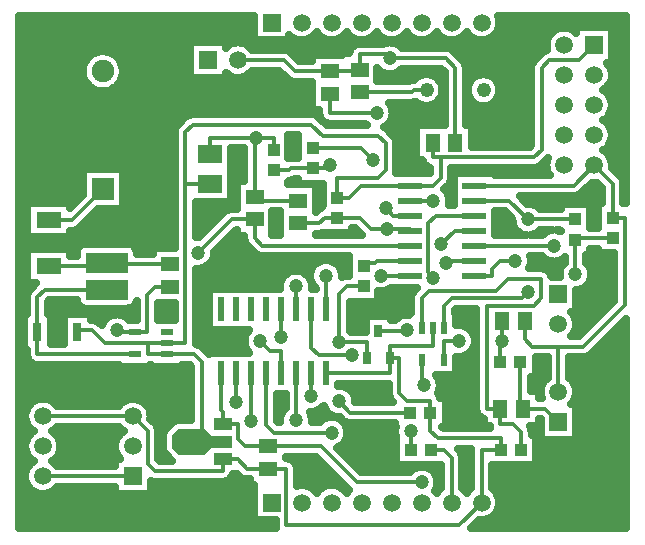
<source format=gbr>
G04 DipTrace 3.2.0.1*
G04 Top.gbr*
%MOIN*%
G04 #@! TF.FileFunction,Copper,L1,Top*
G04 #@! TF.Part,Single*
%AMOUTLINE0*
4,1,4,
0.070866,0.033465,
0.070866,-0.033465,
-0.070866,-0.033465,
-0.070866,0.033465,
0.070866,0.033465,
0*%
%AMOUTLINE3*
4,1,4,
0.070866,-0.033465,
0.070866,0.033465,
-0.070866,0.033465,
-0.070866,-0.033465,
0.070866,-0.033465,
0*%
%AMOUTLINE6*
4,1,10,
0.100394,0.019685,
0.033465,0.019685,
0.009843,0.043307,
-0.076772,0.043307,
-0.100394,0.019685,
-0.100394,-0.019685,
-0.076772,-0.043307,
0.009843,-0.043307,
0.033465,-0.019685,
0.100394,-0.019685,
0.100394,0.019685,
0*%
G04 #@! TA.AperFunction,Conductor*
%ADD14C,0.011811*%
G04 #@! TA.AperFunction,CopperBalancing*
%ADD15C,0.025*%
%ADD16R,0.059055X0.051181*%
%ADD17R,0.051181X0.059055*%
%ADD19R,0.081995X0.061995*%
%ADD21R,0.031496X0.062992*%
%ADD23R,0.082677X0.055118*%
G04 #@! TA.AperFunction,ComponentPad*
%ADD25R,0.074803X0.074803*%
%ADD26C,0.074803*%
%ADD27R,0.059055X0.059055*%
%ADD28C,0.059055*%
%ADD29R,0.043307X0.03937*%
%ADD30R,0.03937X0.043307*%
%ADD31R,0.07874X0.023622*%
%ADD33R,0.059055X0.03937*%
%ADD35R,0.025591X0.041339*%
%ADD37R,0.043307X0.023622*%
%ADD39R,0.023622X0.043307*%
%ADD40R,0.023622X0.07874*%
G04 #@! TA.AperFunction,ComponentPad*
%ADD41C,0.048*%
G04 #@! TA.AperFunction,ViaPad*
%ADD42C,0.047244*%
%ADD86OUTLINE0*%
%ADD89OUTLINE3*%
%ADD92OUTLINE6*%
%FSLAX26Y26*%
G04*
G70*
G90*
G75*
G01*
G04 Top*
%LPD*%
X1749951Y1286073D2*
D14*
X1650661Y1286075D1*
X1468701D2*
Y1173672D1*
X1374848Y1461152D2*
X1445657D1*
X1464217Y1479711D1*
X1506084D1*
X1673177Y1441980D2*
X1749951D1*
Y1436073D1*
X1506084Y1479711D2*
X1580614D1*
X1618345Y1441980D1*
X1673177D1*
X1250197Y1067374D2*
X1282248Y1035323D1*
X1318701D1*
Y961073D1*
X1870031Y1329783D2*
X1876322Y1336073D1*
X1962550D1*
X2099335Y1335213D2*
X2047197D1*
X2021606Y1309622D1*
Y1286073D1*
X1962550D1*
X1418701Y884299D2*
Y961073D1*
X949892Y1323478D2*
X737415D1*
Y1329727D1*
Y1317228D1*
X543685D1*
X824906Y817302D2*
X874122Y768085D1*
Y659764D1*
X899713Y634173D1*
X1124874D1*
Y673546D1*
X1174879Y2004656D2*
X1327050D1*
X1364735Y1966971D1*
X1481087D1*
X1962550Y1586073D2*
X2293667D1*
X2362244Y1654651D1*
X1374848Y1535955D2*
X1231113D1*
Y1548265D1*
X1680877Y1011010D2*
Y1051366D1*
X1824895D1*
Y1111000D1*
X2424738Y1477898D2*
X2464110D1*
Y1188047D1*
X2324744Y1048681D1*
X2243507D1*
X2156421D1*
X2130829Y1074273D1*
Y1135997D1*
X1235902Y1746028D2*
X1293606D1*
Y1704688D1*
X1680877Y1011010D2*
Y961073D1*
X1468701D1*
X1816738Y829780D2*
Y869154D1*
X1738949D1*
X1713358Y894744D1*
Y1011010D1*
X1680877D1*
X2051591Y704793D2*
Y744165D1*
X1842328D1*
X1816738Y769756D1*
Y829780D1*
X1987357Y529811D2*
Y704793D1*
X2051591D1*
X1274858Y642488D2*
X1336571D1*
Y454819D1*
X1912365D1*
X1987357Y529811D1*
X1124874Y673546D2*
X1174087D1*
X1205144Y642488D1*
X1274858D1*
X1681066Y2010906D2*
X1866972D1*
X1899604Y1978274D1*
Y1729685D1*
X1581076Y1973220D2*
Y2023404D1*
X1668567D1*
X1681066Y2010906D1*
X1481087Y1966971D2*
X1581076D1*
Y1973220D1*
X2243507Y898533D2*
Y1048681D1*
X2362244Y1654651D2*
X2424738Y1592157D1*
Y1477898D1*
X1235902Y1746028D2*
X1081129D1*
Y1692189D1*
X1231113Y1548265D2*
Y1741239D1*
X1235902Y1746028D1*
X831094Y1098312D2*
X872433D1*
Y1223083D1*
X898025Y1248675D1*
X949892D1*
X772039Y1104220D2*
X777948Y1098312D1*
X831094D1*
X524906Y817302D2*
X824906D1*
X831094Y1023509D2*
X506189D1*
Y1098501D1*
Y1213583D1*
X531782Y1239176D1*
X737415D1*
X1054008Y732601D2*
Y997920D1*
X1028419Y1023509D1*
X937394D1*
X2362244Y2054651D2*
X2311459Y2003866D1*
X2213028D1*
X2187437Y1978276D1*
Y1706059D1*
X2161846Y1680469D1*
X1850394D1*
Y1611665D1*
X1824802Y1586073D1*
X1749951D1*
X1911512Y1067929D2*
X1862297D1*
Y1004701D1*
X2056026Y1135997D2*
X2055587Y1067929D1*
X1506084Y1546640D2*
Y1611665D1*
X1642787D1*
X1668378Y1637256D1*
Y1726689D1*
X1642787Y1752280D1*
X1457150D1*
X1420094Y1789335D1*
X1024697D1*
X999106Y1763744D1*
Y1592193D1*
Y1060911D1*
X937394D1*
X1850394Y1680469D2*
X1824801D1*
Y1729685D1*
X937394Y1023509D2*
X874122D1*
Y1060911D1*
X731260D1*
X687420Y1104751D1*
X640047D1*
Y1098501D1*
X937394Y1060911D2*
X874122D1*
X1081129Y1592189D2*
X999106Y1592193D1*
X1749951Y1586073D2*
X1584890D1*
X1545457Y1546640D1*
X1506084D1*
X2055587Y1067929D2*
X2049682Y1062025D1*
Y998417D1*
X1637744Y1828110D2*
X1481087D1*
Y1892168D1*
X1668378Y1510492D2*
X1692797Y1486073D1*
X1749951D1*
X1803533Y1904667D2*
X1762307D1*
X1756058Y1898417D1*
X1581076D1*
X1749951Y1536073D2*
X1826724Y1536083D1*
X1787358Y596740D2*
X1571252D1*
X1450701Y717291D1*
X1274858D1*
X1124874Y791656D2*
Y831028D1*
X1118701Y837201D1*
Y961073D1*
X1274858Y717291D2*
X1199677D1*
X1174087Y742882D1*
Y791656D1*
X1124874D1*
X1042413Y1361953D2*
X1153923Y1473462D1*
X1231113D1*
Y1411665D1*
X1256705Y1386073D1*
X1749951D1*
X524906Y617302D2*
X824906D1*
X2116612Y998417D2*
Y842278D1*
X2124769D1*
X2199761D1*
X2243507Y798533D1*
X2118520Y704793D2*
Y764819D1*
X2092925Y790413D1*
X2049966D1*
Y842278D1*
X2004689D1*
Y1185213D1*
X2160358D1*
X2185949Y1210803D1*
Y1275370D1*
X2075520D1*
X2036543Y1236394D1*
X1813087D1*
X1787493Y1210801D1*
Y1111000D1*
X2299751Y1473462D2*
X2142642Y1473465D1*
Y1232063D2*
X2121382Y1210803D1*
X1887888D1*
X1862297Y1185211D1*
Y1111000D1*
X2142642Y1473465D2*
X2080033Y1536073D1*
X1962550D1*
X2299751Y1406533D2*
Y1410969D1*
X2424738D1*
X2299748Y1290417D2*
X2299751Y1406533D1*
X1794929Y920335D2*
X1787493Y927770D1*
Y1004701D1*
X1751622Y767287D2*
Y704793D1*
X1738280Y1103669D2*
X1736172Y1101562D1*
X1643475D1*
X1625071Y1670161D2*
X1584295Y1710937D1*
X1424843D1*
X1852315Y1390807D2*
X1897581Y1436073D1*
X1962550D1*
X1293606Y1637759D2*
X1345416D1*
X1351665Y1644008D1*
X1424843D1*
X1470118D1*
X1481933Y1655823D1*
X724916Y1573451D2*
X622231Y1470766D1*
X543685D1*
X1593575Y1317228D2*
Y1329382D1*
X1632945D1*
X1639636Y1336073D1*
X1749951D1*
X1606073Y1011010D2*
Y1063437D1*
X1512567D1*
Y866740D2*
X1549528Y829780D1*
X1749808D1*
X1512567Y1063437D2*
Y1224707D1*
X1538159Y1250299D1*
X1593575D1*
X1887357Y529811D2*
Y679201D1*
X1861765Y704793D1*
X1818551D1*
X1368701Y1250445D2*
Y1173672D1*
X1826724Y1279701D2*
X1809008Y1297417D1*
Y1460480D1*
X1834601Y1486073D1*
X1962550D1*
X1318701Y1080169D2*
Y1173672D1*
X1218701Y801827D2*
Y961073D1*
X1962550Y1386073D2*
X2229256Y1386075D1*
X1168701Y866524D2*
Y961073D1*
X1487358Y762567D2*
X1294291D1*
X1268701Y788157D1*
Y961073D1*
X1368701Y805874D2*
Y961073D1*
X1555874Y1020130D2*
X1444291D1*
X1418701Y1045720D1*
Y1173672D1*
D42*
X1650661Y1286075D3*
X1468701D3*
X1673177Y1441980D3*
X1250197Y1067374D3*
X1870031Y1329783D3*
X1418701Y884299D3*
X2099335Y1335213D3*
X1681066Y2010906D3*
X772039Y1104220D3*
X1235902Y1746028D3*
X1911512Y1067929D3*
X2055587D3*
X1637744Y1828110D3*
X1668378Y1510492D3*
X1826724Y1536083D3*
X1787358Y596740D3*
X1042413Y1361953D3*
X2142642Y1232063D3*
Y1473465D3*
X2299748Y1290417D3*
X1794929Y920335D3*
X1751622Y767287D3*
X1738280Y1103669D3*
X1625071Y1670161D3*
X1852315Y1390807D3*
X1481933Y1655823D3*
X1512567Y866740D3*
Y1063437D3*
X1368701Y1250445D3*
X1826724Y1279701D3*
X1218701Y801827D3*
X2229256Y1386075D3*
X1168701Y866524D3*
X1487358Y762567D3*
X1368701Y805874D3*
X1555874Y1020130D3*
X1318701Y1080169D3*
X448089Y2126608D2*
D15*
X1226081D1*
X2048559D2*
X2465306D1*
X448089Y2101739D2*
X1226081D1*
X2041598D2*
X2224559D1*
X2423513D2*
X2465306D1*
X448089Y2076870D2*
X1226081D1*
X1348638D2*
X1358988D1*
X1415741D2*
X1458970D1*
X1515751D2*
X1558979D1*
X1615724D2*
X1658988D1*
X1715734D2*
X1758997D1*
X1815743D2*
X1858971D1*
X1915717D2*
X1958980D1*
X2015726D2*
X2205325D1*
X2423513D2*
X2465306D1*
X448089Y2052001D2*
X1013612D1*
X1212206D2*
X1558118D1*
X1716810D2*
X2201020D1*
X2423513D2*
X2465306D1*
X448089Y2027133D2*
X693345D1*
X756478D2*
X1013612D1*
X1356783D2*
X1519794D1*
X1902978D2*
X2184081D1*
X2423513D2*
X2465306D1*
X448089Y2002264D2*
X665751D1*
X784072D2*
X1013612D1*
X1381652D2*
X1419820D1*
X1927810D2*
X2159251D1*
X2423513D2*
X2465306D1*
X448089Y1977395D2*
X656564D1*
X793259D2*
X1013612D1*
X1937247D2*
X2149777D1*
X2418955D2*
X2465306D1*
X448089Y1952526D2*
X657390D1*
X792433D2*
X1013612D1*
X1136168D2*
X1145235D1*
X1204528D2*
X1326953D1*
X1642350D2*
X1777693D1*
X1829379D2*
X1861950D1*
X1937247D2*
X1967701D1*
X2019386D2*
X2149777D1*
X2423478D2*
X2465306D1*
X448089Y1927657D2*
X668728D1*
X781094D2*
X1419820D1*
X1854067D2*
X1861959D1*
X2044073D2*
X2149777D1*
X2416946D2*
X2465306D1*
X448089Y1902789D2*
X705115D1*
X744707D2*
X1419820D1*
X2049241D2*
X2149777D1*
X2398466D2*
X2465306D1*
X448089Y1877920D2*
X1419820D1*
X1852093D2*
X1861950D1*
X1937247D2*
X1944980D1*
X2042064D2*
X2149777D1*
X2418705D2*
X2465306D1*
X448089Y1853051D2*
X1419820D1*
X1686846D2*
X1787957D1*
X1819115D2*
X1861950D1*
X1937247D2*
X1977963D1*
X2009122D2*
X2149777D1*
X2423513D2*
X2465306D1*
X448089Y1828182D2*
X1443432D1*
X1693126D2*
X1861950D1*
X1937247D2*
X2149777D1*
X2417234D2*
X2465306D1*
X448089Y1803314D2*
X986448D1*
X1686954D2*
X1861950D1*
X1937247D2*
X2149777D1*
X2397713D2*
X2465306D1*
X448089Y1778445D2*
X964665D1*
X1668761D2*
X1767466D1*
X1956948D2*
X2149777D1*
X2418490D2*
X2465306D1*
X448089Y1753576D2*
X961436D1*
X1345050D2*
X1373423D1*
X1693701D2*
X1767466D1*
X1956948D2*
X2149777D1*
X2423513D2*
X2465306D1*
X448089Y1728707D2*
X961436D1*
X1345050D2*
X1373423D1*
X1705972D2*
X1767466D1*
X1956948D2*
X2149777D1*
X2417484D2*
X2465306D1*
X448089Y1703839D2*
X961436D1*
X1153860D2*
X1193463D1*
X1345050D2*
X1373423D1*
X1706045D2*
X1767466D1*
X2396923D2*
X2465306D1*
X448089Y1678970D2*
X961436D1*
X1153860D2*
X1193463D1*
X1706045D2*
X1767466D1*
X2418239D2*
X2465306D1*
X448089Y1654101D2*
X961436D1*
X1153860D2*
X1193463D1*
X1706045D2*
X1799045D1*
X2187610D2*
X2200983D1*
X2423513D2*
X2465306D1*
X448089Y1629232D2*
X655774D1*
X794049D2*
X961436D1*
X1153860D2*
X1193463D1*
X1705112D2*
X1812752D1*
X1888050D2*
X2206761D1*
X2439877D2*
X2465306D1*
X448089Y1604364D2*
X655774D1*
X794049D2*
X961436D1*
X1153860D2*
X1193463D1*
X1358902D2*
X1373423D1*
X448089Y1579495D2*
X655774D1*
X794049D2*
X961436D1*
X1153860D2*
X1169852D1*
X1436123D2*
X1454664D1*
X1870430D2*
X1891446D1*
X2339293D2*
X2385177D1*
X448089Y1554626D2*
X653873D1*
X794049D2*
X961436D1*
X1153860D2*
X1169852D1*
X1436123D2*
X1454664D1*
X1878719D2*
X1891446D1*
X2311878D2*
X2387079D1*
X448089Y1529757D2*
X629005D1*
X794049D2*
X961436D1*
X1036769D2*
X1169852D1*
X1436123D2*
X1454664D1*
X1881698D2*
X1891417D1*
X2138556D2*
X2387079D1*
X448089Y1504888D2*
X470612D1*
X708572D2*
X961436D1*
X1036769D2*
X1135654D1*
X2351171D2*
X2373299D1*
X448089Y1480020D2*
X470612D1*
X683705D2*
X961436D1*
X1036769D2*
X1108274D1*
X1292371D2*
X1313567D1*
X2033668D2*
X2083857D1*
X2351171D2*
X2373299D1*
X448089Y1455151D2*
X470612D1*
X658837D2*
X961436D1*
X1036769D2*
X1083407D1*
X1292371D2*
X1313567D1*
X2033668D2*
X2090531D1*
X2351171D2*
X2373299D1*
X448089Y1430282D2*
X470612D1*
X616781D2*
X961436D1*
X1036769D2*
X1058538D1*
X1292371D2*
X1313567D1*
X1557520D2*
X1577819D1*
X2033668D2*
X2109622D1*
X2175661D2*
X2197753D1*
X448089Y1405413D2*
X961436D1*
X1138106D2*
X1194037D1*
X448089Y1380545D2*
X640488D1*
X834310D2*
X961436D1*
X1113202D2*
X1210005D1*
X448089Y1355676D2*
X470612D1*
X616781D2*
X634818D1*
X1097413D2*
X1236560D1*
X2351171D2*
X2426444D1*
X448089Y1330807D2*
X470612D1*
X1087652D2*
X1438013D1*
X1499388D2*
X1542150D1*
X2154525D2*
X2262094D1*
X2337391D2*
X2426444D1*
X448089Y1305938D2*
X470612D1*
X1036769D2*
X1417201D1*
X1520201D2*
X1542150D1*
X2205804D2*
X2246699D1*
X2352786D2*
X2426444D1*
X448089Y1281070D2*
X470612D1*
X1036769D2*
X1323113D1*
X2354293D2*
X2426444D1*
X448089Y1256201D2*
X496592D1*
X1036769D2*
X1313639D1*
X2342559D2*
X2426444D1*
X448089Y1231332D2*
X473339D1*
X1036769D2*
X1075152D1*
X1645005D2*
X1756450D1*
X2304773D2*
X2426444D1*
X448089Y1206463D2*
X468530D1*
X1036769D2*
X1075152D1*
X1645005D2*
X1749848D1*
X2304773D2*
X2426444D1*
X448089Y1181594D2*
X468530D1*
X543828D2*
X647486D1*
X910097D2*
X961436D1*
X1036769D2*
X1075152D1*
X1550236D2*
X1749848D1*
X2304773D2*
X2405451D1*
X448089Y1156726D2*
X458684D1*
X553696D2*
X592546D1*
X687545D2*
X763356D1*
X780735D2*
X834765D1*
X910097D2*
X961436D1*
X1036769D2*
X1075152D1*
X1550236D2*
X1743927D1*
X1905848D2*
X1967018D1*
X2294474D2*
X2380584D1*
X448089Y1131857D2*
X458684D1*
X553696D2*
X592546D1*
X712304D2*
X724457D1*
X1036769D2*
X1075152D1*
X1550236D2*
X1598919D1*
X1905848D2*
X1967018D1*
X2304198D2*
X2355717D1*
X448089Y1106988D2*
X458684D1*
X553696D2*
X592546D1*
X1036769D2*
X1075152D1*
X1550236D2*
X1598919D1*
X1949627D2*
X1967018D1*
X2302404D2*
X2330848D1*
X2435283D2*
X2465306D1*
X448089Y1082119D2*
X458684D1*
X553696D2*
X592546D1*
X1036769D2*
X1196908D1*
X2410379D2*
X2465306D1*
X448089Y1057251D2*
X458684D1*
X1040787D2*
X1195795D1*
X2385512D2*
X2465306D1*
X448089Y1032382D2*
X468530D1*
X1071756D2*
X1208068D1*
X1953143D2*
X1967018D1*
X2360644D2*
X2465306D1*
X448089Y1007513D2*
X472370D1*
X1905848D2*
X1967018D1*
X2170028D2*
X2205864D1*
X2281160D2*
X2465306D1*
X448089Y982644D2*
X777709D1*
X990802D2*
X1016339D1*
X1905848D2*
X1967018D1*
X2170028D2*
X2205864D1*
X2281160D2*
X2465306D1*
X448089Y957776D2*
X1016339D1*
X1905848D2*
X1967018D1*
X2170028D2*
X2205864D1*
X2281160D2*
X2465306D1*
X448089Y932907D2*
X1016339D1*
X1848793D2*
X1967018D1*
X2154274D2*
X2193340D1*
X2293684D2*
X2465306D1*
X448089Y908038D2*
X1016339D1*
X1548083D2*
X1675710D1*
X1848864D2*
X1967018D1*
X2154274D2*
X2183005D1*
X2304018D2*
X2465306D1*
X448089Y883169D2*
X1016339D1*
X1306366D2*
X1331043D1*
X1565307D2*
X1677648D1*
X1851483D2*
X1967018D1*
X2302727D2*
X2465306D1*
X448089Y858301D2*
X480301D1*
X569521D2*
X780293D1*
X869513D2*
X1016339D1*
X1306366D2*
X1331043D1*
X1870143D2*
X1967018D1*
X2288840D2*
X2465306D1*
X448089Y833432D2*
X465875D1*
X883938D2*
X1016339D1*
X1306366D2*
X1321067D1*
X1435622D2*
X1469017D1*
X1870143D2*
X1968167D1*
X2304773D2*
X2465306D1*
X448089Y808563D2*
X464297D1*
X885875D2*
X1016339D1*
X1423995D2*
X1458791D1*
X1870143D2*
X1992245D1*
X2304773D2*
X2465306D1*
X448089Y783694D2*
X474201D1*
X908125D2*
X941161D1*
X1538322D2*
X1696416D1*
X1870143D2*
X1992639D1*
X2304773D2*
X2465306D1*
X448089Y758825D2*
X480803D1*
X569018D2*
X780795D1*
X911785D2*
X922609D1*
X1542592D2*
X1696919D1*
X2156176D2*
X2182217D1*
X2304773D2*
X2465306D1*
X448089Y733957D2*
X466055D1*
X583766D2*
X766046D1*
X911785D2*
X921856D1*
X1534303D2*
X1698210D1*
X2171929D2*
X2465306D1*
X448089Y709088D2*
X464224D1*
X585597D2*
X764217D1*
X911785D2*
X922106D1*
X1511122D2*
X1698210D1*
X2171929D2*
X2465306D1*
X448089Y684219D2*
X473841D1*
X575980D2*
X773833D1*
X911785D2*
X938434D1*
X1535990D2*
X1698210D1*
X1924651D2*
X1949686D1*
X2171929D2*
X2465306D1*
X448089Y659350D2*
X481341D1*
X568480D2*
X763642D1*
X1369917D2*
X1456423D1*
X1560857D2*
X1698210D1*
X1925010D2*
X1949686D1*
X2171929D2*
X2465306D1*
X448089Y634482D2*
X466198D1*
X1374224D2*
X1481290D1*
X1585726D2*
X1747837D1*
X1826867D2*
X1849713D1*
X1925010D2*
X1949686D1*
X2025020D2*
X2465306D1*
X448089Y609613D2*
X464152D1*
X1152531D2*
X1190198D1*
X1374224D2*
X1506157D1*
X1841148D2*
X1849713D1*
X1925010D2*
X1949686D1*
X2025020D2*
X2465306D1*
X448089Y584744D2*
X473483D1*
X886199D2*
X1226081D1*
X1410753D2*
X1463958D1*
X1510762D2*
X1531025D1*
X1841364D2*
X1849713D1*
X1925010D2*
X1949686D1*
X2025020D2*
X2465306D1*
X448089Y559875D2*
X509869D1*
X539916D2*
X763642D1*
X886199D2*
X1226081D1*
X2040378D2*
X2465306D1*
X448089Y535007D2*
X1226081D1*
X2048416D2*
X2465306D1*
X448089Y510138D2*
X1226081D1*
X2045259D2*
X2465306D1*
X448089Y485269D2*
X1226081D1*
X2028213D2*
X2465306D1*
X448089Y460400D2*
X1298927D1*
X1970152D2*
X2465306D1*
X900303Y1378316D2*
X963925D1*
X964062Y1766503D1*
X964924Y1771950D1*
X966629Y1777197D1*
X969133Y1782112D1*
X972375Y1786575D1*
X999840Y1814192D1*
X1004034Y1817774D1*
X1008738Y1820656D1*
X1013833Y1822768D1*
X1019198Y1824055D1*
X1024707Y1824488D1*
X1422853Y1824379D1*
X1428301Y1823517D1*
X1433547Y1821812D1*
X1438462Y1819308D1*
X1442925Y1816066D1*
X1471722Y1787423D1*
X1603951Y1787433D1*
X1598301Y1792953D1*
X1478328Y1793066D1*
X1472881Y1793928D1*
X1467634Y1795633D1*
X1462719Y1798136D1*
X1458256Y1801379D1*
X1454356Y1805280D1*
X1451113Y1809743D1*
X1448609Y1814657D1*
X1446904Y1819904D1*
X1446042Y1825352D1*
X1445933Y1837332D1*
X1422311Y1837329D1*
Y1931812D1*
X1361976Y1931927D1*
X1356529Y1932789D1*
X1351282Y1934493D1*
X1346367Y1936997D1*
X1341904Y1940240D1*
X1312499Y1969492D1*
X1222017Y1969503D1*
X1216440Y1963096D1*
X1209427Y1957106D1*
X1201563Y1952286D1*
X1193042Y1948757D1*
X1184073Y1946604D1*
X1174879Y1945881D1*
X1165685Y1946604D1*
X1156717Y1948757D1*
X1148196Y1952286D1*
X1140332Y1957106D1*
X1133650Y1962790D1*
X1133655Y1945881D1*
X1016104D1*
Y2063432D1*
X1133655D1*
Y2046530D1*
X1140332Y2052206D1*
X1148196Y2057026D1*
X1156717Y2060555D1*
X1165685Y2062709D1*
X1174879Y2063432D1*
X1184073Y2062709D1*
X1193042Y2060555D1*
X1201563Y2057026D1*
X1209427Y2052206D1*
X1216440Y2046217D1*
X1221950Y2039812D1*
X1329808Y2039701D1*
X1335256Y2038839D1*
X1340503Y2037134D1*
X1345417Y2034630D1*
X1349881Y2031387D1*
X1379286Y2002135D1*
X1422329Y2002125D1*
X1422311Y2021810D1*
X1522320D1*
X1522301Y2028059D1*
X1546235D1*
X1547643Y2034268D1*
X1549755Y2039364D1*
X1552636Y2044067D1*
X1556219Y2048261D1*
X1560413Y2051844D1*
X1565117Y2054726D1*
X1570213Y2056837D1*
X1575577Y2058125D1*
X1581076Y2058558D1*
X1658192D1*
X1664728Y2061188D1*
X1672795Y2063125D1*
X1681066Y2063776D1*
X1689336Y2063125D1*
X1697403Y2061188D1*
X1705068Y2058013D1*
X1712142Y2053678D1*
X1718450Y2048290D1*
X1720509Y2046063D1*
X1869731Y2045950D1*
X1875178Y2045088D1*
X1880425Y2043383D1*
X1885340Y2040879D1*
X1889803Y2037636D1*
X1924461Y2003131D1*
X1928043Y1998937D1*
X1930925Y1994234D1*
X1933037Y1989138D1*
X1934324Y1983773D1*
X1934757Y1978274D1*
Y1788483D1*
X1954442Y1788461D1*
Y1715651D1*
X2147264Y1715622D1*
X2152290Y1720626D1*
X2152391Y1981034D1*
X2153255Y1986482D1*
X2154959Y1991728D1*
X2157463Y1996643D1*
X2160706Y2001106D1*
X2188171Y2028723D1*
X2192365Y2032306D1*
X2197068Y2035188D1*
X2202164Y2037299D1*
X2204832Y2038051D1*
X2205092Y2040930D1*
X2203650Y2050039D1*
Y2059262D1*
X2205092Y2068371D1*
X2207942Y2077143D1*
X2212130Y2085361D1*
X2217551Y2092823D1*
X2224072Y2099344D1*
X2231534Y2104765D1*
X2239752Y2108953D1*
X2248524Y2111803D1*
X2257633Y2113245D1*
X2266856D1*
X2275965Y2111803D1*
X2284736Y2108953D1*
X2292954Y2104765D1*
X2300416Y2099344D1*
X2303474Y2096517D1*
X2303469Y2113427D1*
X2421020D1*
Y1995875D1*
X2404118D1*
X2409794Y1989198D1*
X2414614Y1981335D1*
X2418143Y1972814D1*
X2420297Y1963845D1*
X2421020Y1954651D1*
X2420297Y1945457D1*
X2418143Y1936488D1*
X2414614Y1927967D1*
X2409794Y1920104D1*
X2403804Y1913091D1*
X2396791Y1907101D1*
X2393119Y1904647D1*
X2400416Y1899344D1*
X2406937Y1892823D1*
X2412358Y1885361D1*
X2416546Y1877143D1*
X2419396Y1868371D1*
X2420839Y1859262D1*
Y1850039D1*
X2419396Y1840930D1*
X2416546Y1832159D1*
X2412358Y1823941D1*
X2406937Y1816479D1*
X2400416Y1809958D1*
X2393119Y1804647D1*
X2400416Y1799344D1*
X2406937Y1792823D1*
X2412358Y1785361D1*
X2416546Y1777143D1*
X2419396Y1768371D1*
X2420839Y1759262D1*
Y1750039D1*
X2419396Y1740930D1*
X2416546Y1732159D1*
X2412358Y1723941D1*
X2406937Y1716479D1*
X2400416Y1709958D1*
X2393119Y1704647D1*
X2400416Y1699344D1*
X2406937Y1692823D1*
X2412358Y1685361D1*
X2416546Y1677143D1*
X2419396Y1668371D1*
X2420839Y1659262D1*
Y1650039D1*
X2420387Y1646226D1*
X2451469Y1614988D1*
X2454711Y1610525D1*
X2457215Y1605610D1*
X2458920Y1600364D1*
X2459782Y1594916D1*
X2459891Y1537039D1*
Y1528822D1*
X2467832Y1528799D1*
X2467815Y2151442D1*
X2041917Y2151476D1*
X2044509Y2143364D1*
X2045951Y2134255D1*
Y2125031D1*
X2044509Y2115923D1*
X2041659Y2107151D1*
X2037471Y2098933D1*
X2032050Y2091471D1*
X2025529Y2084950D1*
X2018067Y2079529D1*
X2009849Y2075341D1*
X2001077Y2072491D1*
X1991969Y2071049D1*
X1982745D1*
X1973636Y2072491D1*
X1964865Y2075341D1*
X1956647Y2079529D1*
X1949185Y2084950D1*
X1942664Y2091471D1*
X1937353Y2098768D1*
X1932050Y2091471D1*
X1925529Y2084950D1*
X1918067Y2079529D1*
X1909849Y2075341D1*
X1901077Y2072491D1*
X1891969Y2071049D1*
X1882745D1*
X1873636Y2072491D1*
X1864865Y2075341D1*
X1856647Y2079529D1*
X1849185Y2084950D1*
X1842664Y2091471D1*
X1837353Y2098768D1*
X1832050Y2091471D1*
X1825529Y2084950D1*
X1818067Y2079529D1*
X1809849Y2075341D1*
X1801077Y2072491D1*
X1791969Y2071049D1*
X1782745D1*
X1773636Y2072491D1*
X1764865Y2075341D1*
X1756647Y2079529D1*
X1749185Y2084950D1*
X1742664Y2091471D1*
X1737353Y2098768D1*
X1732050Y2091471D1*
X1725529Y2084950D1*
X1718067Y2079529D1*
X1709849Y2075341D1*
X1701077Y2072491D1*
X1691969Y2071049D1*
X1682745D1*
X1673636Y2072491D1*
X1664865Y2075341D1*
X1656647Y2079529D1*
X1649185Y2084950D1*
X1642664Y2091471D1*
X1637353Y2098768D1*
X1632050Y2091471D1*
X1625529Y2084950D1*
X1618067Y2079529D1*
X1609849Y2075341D1*
X1601077Y2072491D1*
X1591969Y2071049D1*
X1582745D1*
X1573636Y2072491D1*
X1564865Y2075341D1*
X1556647Y2079529D1*
X1549185Y2084950D1*
X1542664Y2091471D1*
X1537353Y2098768D1*
X1532050Y2091471D1*
X1525529Y2084950D1*
X1518067Y2079529D1*
X1509849Y2075341D1*
X1501077Y2072491D1*
X1491969Y2071049D1*
X1482745D1*
X1473636Y2072491D1*
X1464865Y2075341D1*
X1456647Y2079529D1*
X1449185Y2084950D1*
X1442664Y2091471D1*
X1437353Y2098768D1*
X1432050Y2091471D1*
X1425529Y2084950D1*
X1418067Y2079529D1*
X1409849Y2075341D1*
X1401077Y2072491D1*
X1391969Y2071049D1*
X1382745D1*
X1373636Y2072491D1*
X1364865Y2075341D1*
X1356647Y2079529D1*
X1349185Y2084950D1*
X1346127Y2087777D1*
X1346133Y2070867D1*
X1228581D1*
Y2151499D1*
X445573Y2151476D1*
X445571Y444227D1*
X1303083Y444193D1*
X1301850Y449320D1*
X1301417Y454829D1*
Y471003D1*
X1228581Y471035D1*
Y587643D1*
X1216083Y587650D1*
Y607350D1*
X1202386Y607444D1*
X1196938Y608306D1*
X1191692Y610010D1*
X1186777Y612514D1*
X1182314Y615757D1*
X1173310Y624609D1*
X1158710Y624613D1*
X1156196Y618214D1*
X1153314Y613510D1*
X1149731Y609316D1*
X1145537Y605734D1*
X1140833Y602852D1*
X1135738Y600740D1*
X1130373Y599453D1*
X1124864Y599020D1*
X896954Y599129D1*
X891507Y599991D1*
X886260Y601696D1*
X883744Y602857D1*
X883681Y558526D1*
X766130D1*
Y582175D1*
X572030Y582148D1*
X566466Y575741D1*
X559453Y569752D1*
X551589Y564932D1*
X543068Y561403D1*
X534100Y559249D1*
X524906Y558526D1*
X515711Y559249D1*
X506743Y561403D1*
X498222Y564932D1*
X490358Y569752D1*
X483345Y575741D1*
X477356Y582755D1*
X472535Y590618D1*
X469007Y599139D1*
X466853Y608108D1*
X466130Y617302D1*
X466853Y626496D1*
X469007Y635465D1*
X472535Y643986D1*
X477356Y651849D1*
X483345Y658862D1*
X490358Y664852D1*
X494030Y667306D1*
X486734Y672609D1*
X480213Y679130D1*
X474791Y686592D1*
X470604Y694810D1*
X467753Y703581D1*
X466311Y712690D1*
Y721913D1*
X467753Y731022D1*
X470604Y739794D1*
X474791Y748012D1*
X480213Y755474D1*
X486734Y761995D1*
X494030Y767306D1*
X486734Y772609D1*
X480213Y779130D1*
X474791Y786592D1*
X470604Y794810D1*
X467753Y803581D1*
X466311Y812690D1*
Y821913D1*
X467753Y831022D1*
X470604Y839794D1*
X474791Y848012D1*
X480213Y855474D1*
X486734Y861995D1*
X494196Y867416D1*
X502413Y871604D1*
X511185Y874454D1*
X520294Y875896D1*
X529517D1*
X538626Y874454D1*
X547398Y871604D1*
X555615Y867416D1*
X563077Y861995D1*
X569598Y855474D1*
X571976Y852458D1*
X777781Y852455D1*
X783345Y858862D1*
X790358Y864852D1*
X798222Y869672D1*
X806743Y873201D1*
X815711Y875354D1*
X824906Y876077D1*
X834100Y875354D1*
X843068Y873201D1*
X851589Y869672D1*
X859453Y864852D1*
X866466Y858862D1*
X872455Y851849D1*
X877276Y843986D1*
X880804Y835465D1*
X882958Y826496D1*
X883681Y817302D1*
X883049Y808877D1*
X900853Y790916D1*
X904096Y786453D1*
X906600Y781538D1*
X908304Y776291D1*
X909167Y770844D1*
X909276Y712967D1*
Y674320D1*
X914280Y669320D1*
X955871Y669327D1*
X931374Y693921D1*
X928676Y697634D1*
X926592Y701723D1*
X925175Y706088D1*
X924457Y710621D1*
X924366Y752286D1*
X924726Y756861D1*
X925798Y761324D1*
X927554Y765564D1*
X929951Y769478D1*
X932940Y772974D1*
X958241Y798148D1*
X961954Y800846D1*
X966043Y802930D1*
X970408Y804348D1*
X974941Y805066D1*
X1018825Y805156D1*
X1018854Y983324D1*
X1013850Y988364D1*
X988264Y988356D1*
X988295Y982450D1*
X886492D1*
Y988371D1*
X881990Y988356D1*
X881996Y982450D1*
X780193D1*
Y988371D1*
X503430Y988465D1*
X497983Y989327D1*
X492736Y991031D1*
X487822Y993535D1*
X483358Y996778D1*
X479458Y1000678D1*
X476215Y1005142D1*
X473711Y1010056D1*
X472007Y1015303D1*
X471144Y1020751D1*
X471035Y1037755D1*
X461193Y1037757D1*
Y1159245D1*
X471062D1*
X471144Y1216341D1*
X472007Y1221789D1*
X473711Y1227035D1*
X476215Y1231950D1*
X479458Y1236413D1*
X503323Y1260432D1*
X473098Y1260421D1*
Y1374035D1*
X614272D1*
Y1352396D1*
X637307Y1352382D1*
X637391Y1365487D1*
X638109Y1370020D1*
X639526Y1374385D1*
X641610Y1378474D1*
X644308Y1382186D1*
X647554Y1385432D1*
X651266Y1388130D1*
X655356Y1390214D1*
X659720Y1391631D1*
X664253Y1392349D1*
X749226Y1392440D1*
X810576Y1392349D1*
X815109Y1391631D1*
X819474Y1390214D1*
X823563Y1388130D1*
X827276Y1385432D1*
X830521Y1382186D1*
X833219Y1378474D1*
X835303Y1374385D1*
X836720Y1370020D1*
X837438Y1365487D1*
X837529Y1363182D1*
X838465Y1358631D1*
X891106D1*
X891117Y1378316D1*
X900303D1*
X963920Y1193836D2*
X907583D1*
X907587Y1139365D1*
X963966Y1139371D1*
X963953Y1193862D1*
X1779148Y1788461D2*
X1864445D1*
X1864450Y1963686D1*
X1852392Y1975772D1*
X1720529Y1975752D1*
X1715402Y1970703D1*
X1708690Y1965827D1*
X1701298Y1962060D1*
X1693408Y1959496D1*
X1685214Y1958198D1*
X1676917D1*
X1668723Y1959496D1*
X1660833Y1962060D1*
X1653441Y1965827D1*
X1646730Y1970703D1*
X1640864Y1976570D1*
X1639849Y1977856D1*
X1639852Y1933576D1*
X1742303Y1933571D1*
X1746348Y1935988D1*
X1751444Y1938100D1*
X1756808Y1939387D1*
X1762318Y1939820D1*
X1765881Y1942319D1*
X1772235Y1947745D1*
X1779358Y1952112D1*
X1787079Y1955308D1*
X1795203Y1957259D1*
X1803533Y1957915D1*
X1811862Y1957259D1*
X1819987Y1955308D1*
X1827707Y1952112D1*
X1834831Y1947745D1*
X1841185Y1942319D1*
X1846612Y1935965D1*
X1850978Y1928841D1*
X1854175Y1921121D1*
X1856125Y1912996D1*
X1856781Y1904667D1*
X1856125Y1896337D1*
X1854175Y1888213D1*
X1850978Y1880492D1*
X1846612Y1873369D1*
X1841185Y1867014D1*
X1834831Y1861588D1*
X1827707Y1857222D1*
X1819987Y1854025D1*
X1811862Y1852075D1*
X1803533Y1851419D1*
X1795203Y1852075D1*
X1787079Y1854025D1*
X1779358Y1857222D1*
X1772235Y1861588D1*
X1767764Y1865274D1*
X1761556Y1863697D1*
X1756058Y1863264D1*
X1677220D1*
X1680517Y1859186D1*
X1684852Y1852113D1*
X1688026Y1844448D1*
X1689963Y1836381D1*
X1690614Y1828110D1*
X1689963Y1819840D1*
X1688026Y1811773D1*
X1684852Y1804108D1*
X1680517Y1797034D1*
X1675129Y1790726D1*
X1668820Y1785337D1*
X1662469Y1781407D1*
X1667652Y1777129D1*
X1695109Y1749520D1*
X1698352Y1745056D1*
X1700856Y1740142D1*
X1702560Y1734895D1*
X1703423Y1729448D1*
X1703531Y1671571D1*
X1703423Y1634497D1*
X1702558Y1629039D1*
X1708892Y1627133D1*
X1815234D1*
X1815240Y1646652D1*
X1808841Y1649147D1*
X1804138Y1652029D1*
X1799944Y1655612D1*
X1796361Y1659806D1*
X1793479Y1664509D1*
X1791365Y1669615D1*
X1787776Y1670909D1*
X1769962D1*
Y1788461D1*
X1779148D1*
X1342518Y1590794D2*
X1433623D1*
X1433791Y1499001D1*
X1441386Y1506442D1*
X1445849Y1509685D1*
X1450764Y1512189D1*
X1456021Y1513895D1*
X1457151Y1520673D1*
Y1593092D1*
X1375909Y1593106D1*
Y1608860D1*
X1365454Y1608854D1*
X1361375Y1606437D1*
X1356280Y1604325D1*
X1350915Y1603038D1*
X1345406Y1602605D1*
X1342539Y1596797D1*
Y1590803D1*
X1316101Y1481117D2*
X1316072Y1500818D1*
X1289909Y1500802D1*
X1289888Y1421218D1*
X1316093Y1421227D1*
X1316072Y1481133D1*
X1433623Y1426029D2*
Y1421220D1*
X1589387Y1421227D1*
X1566059Y1444552D1*
X1555029Y1444558D1*
X1555017Y1428810D1*
X1459110Y1428675D1*
X1453864Y1426970D1*
X1448416Y1426106D1*
X1433636Y1425999D1*
X1333634Y682147D2*
Y677626D1*
X1339329Y677534D1*
X1344777Y676671D1*
X1350024Y674966D1*
X1354938Y672462D1*
X1359402Y669219D1*
X1363302Y665319D1*
X1366545Y660856D1*
X1369049Y655941D1*
X1370753Y650694D1*
X1371617Y645247D1*
X1371724Y586472D1*
X1378163Y587864D1*
X1387357Y588587D1*
X1396551Y587864D1*
X1405520Y585710D1*
X1414041Y582181D1*
X1421904Y577361D1*
X1428917Y571371D1*
X1434907Y564358D1*
X1437361Y560686D1*
X1442664Y567983D1*
X1449185Y574504D1*
X1456647Y579925D1*
X1464865Y584113D1*
X1473636Y586963D1*
X1482745Y588406D1*
X1491969D1*
X1501077Y586963D1*
X1509849Y584113D1*
X1518067Y579925D1*
X1525529Y574504D1*
X1532050Y567983D1*
X1537361Y560686D1*
X1542664Y567983D1*
X1546366Y571898D1*
X1436144Y682133D1*
X1333610Y682138D1*
X1195980Y1418623D2*
X1172337D1*
Y1438324D1*
X1165789Y1435613D1*
X1095173Y1364997D1*
X1095121Y1357804D1*
X1093823Y1349610D1*
X1091259Y1341720D1*
X1087492Y1334328D1*
X1082615Y1327617D1*
X1076749Y1321751D1*
X1070038Y1316874D1*
X1062646Y1313108D1*
X1054756Y1310543D1*
X1046562Y1309245D1*
X1038265D1*
X1034256Y1309720D1*
X1034260Y1060900D1*
X1036625Y1057692D1*
X1041871Y1055987D1*
X1046786Y1053483D1*
X1051249Y1050240D1*
X1077650Y1023993D1*
X1077642Y1029692D1*
X1209760Y1029656D1*
X1212812Y1029990D1*
X1207424Y1036298D1*
X1203089Y1043371D1*
X1199915Y1051037D1*
X1197978Y1059104D1*
X1197327Y1067374D1*
X1197978Y1075644D1*
X1199915Y1083711D1*
X1203089Y1091377D1*
X1207424Y1098450D1*
X1213134Y1105056D1*
X1077642Y1105054D1*
Y1242290D1*
X1316433D1*
X1315831Y1250445D1*
X1316482Y1258715D1*
X1318419Y1266782D1*
X1321593Y1274448D1*
X1325928Y1281521D1*
X1331316Y1287829D1*
X1337625Y1293218D1*
X1344698Y1297552D1*
X1352364Y1300727D1*
X1360430Y1302664D1*
X1368701Y1303315D1*
X1376971Y1302664D1*
X1385038Y1300727D1*
X1392703Y1297552D1*
X1399777Y1293218D1*
X1406085Y1287829D1*
X1411474Y1281521D1*
X1415808Y1274448D1*
X1418983Y1266782D1*
X1420920Y1258715D1*
X1421571Y1250445D1*
X1420933Y1242287D1*
X1433563Y1242290D1*
X1431316Y1248690D1*
X1425928Y1254999D1*
X1421593Y1262072D1*
X1418419Y1269738D1*
X1416482Y1277804D1*
X1415831Y1286075D1*
X1416482Y1294345D1*
X1418419Y1302412D1*
X1421593Y1310077D1*
X1425928Y1317151D1*
X1431316Y1323459D1*
X1437625Y1328848D1*
X1444698Y1333182D1*
X1452364Y1336357D1*
X1460430Y1338294D1*
X1468701Y1338945D1*
X1476971Y1338294D1*
X1485038Y1336357D1*
X1492703Y1333182D1*
X1499777Y1328848D1*
X1506085Y1323459D1*
X1511474Y1317151D1*
X1515808Y1310077D1*
X1518983Y1302412D1*
X1520920Y1294345D1*
X1521571Y1286075D1*
X1521319Y1281169D1*
X1527295Y1283732D1*
X1532660Y1285020D1*
X1538159Y1285453D1*
X1544654D1*
X1544642Y1350906D1*
X1253946Y1351029D1*
X1248499Y1351891D1*
X1243252Y1353596D1*
X1238337Y1356100D1*
X1233874Y1359343D1*
X1206256Y1386808D1*
X1202673Y1391003D1*
X1199791Y1395706D1*
X1197680Y1400802D1*
X1196392Y1406167D1*
X1195959Y1411676D1*
X1172337Y1508585D2*
Y1603104D1*
X1195986D1*
X1195959Y1710857D1*
X1151394Y1710874D1*
X1151374Y1531944D1*
X1034285D1*
X1034260Y1414172D1*
X1042413Y1414823D1*
X1045444Y1414703D1*
X1131092Y1500193D1*
X1135555Y1503436D1*
X1140470Y1505940D1*
X1145717Y1507644D1*
X1151164Y1508507D1*
X1172331Y1508615D1*
X2151782Y901054D2*
X2179608D1*
Y877406D1*
X2188678Y877432D1*
X2186354Y884812D1*
X2184912Y893921D1*
Y903144D1*
X2186354Y912253D1*
X2189205Y921025D1*
X2193392Y929243D1*
X2198814Y936705D1*
X2205335Y943226D1*
X2208350Y945604D1*
X2208353Y1013542D1*
X2167539Y1013528D1*
X2167513Y949484D1*
X2151760D1*
X2151765Y901063D1*
X2179608Y807144D2*
Y783503D1*
X2148281D1*
X2150997Y778272D1*
X2152702Y773025D1*
X2153566Y767577D1*
X2153673Y753731D1*
X2169421Y753726D1*
Y655860D1*
X2022507D1*
X2022510Y576937D1*
X2028917Y571371D1*
X2034907Y564358D1*
X2039727Y556495D1*
X2043256Y547974D1*
X2045409Y539005D1*
X2046133Y529811D1*
X2045409Y520617D1*
X2043256Y511648D1*
X2039727Y503127D1*
X2034907Y495264D1*
X2028917Y488251D1*
X2021904Y482261D1*
X2014041Y477441D1*
X2005520Y473912D1*
X1996551Y471759D1*
X1987357Y471035D1*
X1978932Y471668D1*
X1951444Y444182D1*
X2467812Y444193D1*
X2467815Y1142021D1*
X2347575Y1021950D1*
X2343112Y1018707D1*
X2338197Y1016203D1*
X2332950Y1014499D1*
X2327503Y1013635D1*
X2278633Y1013528D1*
X2278660Y945657D1*
X2285067Y940093D1*
X2291056Y933080D1*
X2295877Y925217D1*
X2299406Y916696D1*
X2301559Y907727D1*
X2302282Y898533D1*
X2301559Y889339D1*
X2299406Y880370D1*
X2295877Y871849D1*
X2291056Y863986D1*
X2285373Y857303D1*
X2302282Y857308D1*
Y739757D1*
X2184731D1*
Y807112D1*
X2179630Y807125D1*
X2015490Y783503D2*
X1995127D1*
Y808442D1*
X1988730Y810957D1*
X1984026Y813839D1*
X1979832Y817421D1*
X1976249Y821615D1*
X1973367Y826319D1*
X1971256Y831415D1*
X1969969Y836780D1*
X1969535Y842278D1*
Y1175678D1*
X1902453Y1175650D1*
X1897445Y1170646D1*
X1897450Y1161923D1*
X1903356Y1161902D1*
Y1120168D1*
X1911512Y1120799D1*
X1919782Y1120148D1*
X1927849Y1118211D1*
X1935514Y1115037D1*
X1942588Y1110702D1*
X1948896Y1105314D1*
X1954285Y1099005D1*
X1958619Y1091932D1*
X1961794Y1084266D1*
X1963731Y1076199D1*
X1964382Y1067929D1*
X1963731Y1059659D1*
X1961794Y1051592D1*
X1958619Y1043927D1*
X1954285Y1036853D1*
X1948896Y1030545D1*
X1942588Y1025156D1*
X1935514Y1020822D1*
X1927849Y1017647D1*
X1919782Y1015710D1*
X1911512Y1015059D1*
X1903354Y1015697D1*
X1903356Y953799D1*
X1835858D1*
X1840008Y947959D1*
X1843774Y940567D1*
X1846339Y932677D1*
X1847636Y924483D1*
Y916186D1*
X1846339Y907992D1*
X1843774Y900102D1*
X1841046Y894563D1*
X1845177Y889816D1*
X1848059Y885113D1*
X1850173Y880007D1*
X1857699Y878713D1*
X1867639D1*
Y780846D1*
X1855331D1*
X1860701Y779319D1*
X2016618D1*
X2015781Y782218D1*
X541323Y1159245D2*
X551185D1*
Y1058661D1*
X595073Y1058663D1*
X595051Y1159245D1*
X685043D1*
Y1139904D1*
X692919Y1139471D1*
X698283Y1138184D1*
X703379Y1136072D1*
X708083Y1133190D1*
X712285Y1129600D1*
X721640Y1120245D1*
X724932Y1128223D1*
X729266Y1135297D1*
X734655Y1141605D1*
X740963Y1146993D1*
X748037Y1151328D1*
X755702Y1154503D1*
X763769Y1156440D1*
X772039Y1157091D1*
X780310Y1156440D1*
X788377Y1154503D1*
X796042Y1151328D1*
X803115Y1146993D1*
X809424Y1141605D1*
X811483Y1139378D1*
X837285Y1139371D1*
X837169Y1201136D1*
X836097Y1196673D1*
X834341Y1192433D1*
X831944Y1188520D1*
X828962Y1185030D1*
X825472Y1182049D1*
X821559Y1179651D1*
X817319Y1177895D1*
X812856Y1176823D1*
X808281Y1176463D1*
X664253Y1176554D1*
X659720Y1177272D1*
X655356Y1178689D1*
X651266Y1180773D1*
X647554Y1183471D1*
X644308Y1186717D1*
X641610Y1190429D1*
X639526Y1194518D1*
X638109Y1198883D1*
X637390Y1203425D1*
X636365Y1204022D1*
X546332D1*
X541339Y1199018D1*
X541343Y1159218D1*
X482285Y1527573D2*
X614272D1*
Y1512538D1*
X658245Y1556496D1*
X658266Y1640101D1*
X791566D1*
Y1506802D1*
X707991D1*
X645062Y1444035D1*
X640598Y1440793D1*
X635684Y1438289D1*
X630437Y1436584D1*
X624990Y1435722D1*
X614301Y1435613D1*
X614272Y1413959D1*
X473098D1*
Y1527573D1*
X482285D1*
X791360Y1961923D2*
X789724Y1951593D1*
X786492Y1941647D1*
X781744Y1932328D1*
X775597Y1923866D1*
X768202Y1916471D1*
X759740Y1910324D1*
X750421Y1905576D1*
X740475Y1902344D1*
X730146Y1900709D1*
X719686D1*
X709357Y1902344D1*
X699411Y1905576D1*
X690092Y1910324D1*
X681630Y1916471D1*
X674235Y1923866D1*
X668088Y1932328D1*
X663340Y1941647D1*
X660108Y1951593D1*
X658472Y1961923D1*
Y1972382D1*
X660108Y1982711D1*
X663340Y1992657D1*
X668088Y2001976D1*
X674235Y2010438D1*
X681630Y2017833D1*
X690092Y2023980D1*
X699411Y2028728D1*
X709357Y2031961D1*
X719686Y2033596D1*
X730146D1*
X740475Y2031961D1*
X750421Y2028728D1*
X759740Y2023980D1*
X768202Y2017833D1*
X775597Y2010438D1*
X781744Y2001976D1*
X786492Y1992657D1*
X789724Y1982711D1*
X791360Y1972382D1*
Y1961923D1*
X1831866Y568181D2*
X1837361Y560686D1*
X1842664Y567983D1*
X1849185Y574504D1*
X1852201Y576882D1*
X1852203Y655873D1*
X1700720Y655860D1*
Y752999D1*
X1699403Y759017D1*
X1698752Y767287D1*
X1699403Y775558D1*
X1700551Y780832D1*
X1698907Y780846D1*
Y794661D1*
X1546769Y794734D1*
X1541322Y795597D1*
X1536075Y797302D1*
X1531160Y799806D1*
X1526697Y803049D1*
X1515612Y813980D1*
X1508419Y814033D1*
X1500224Y815331D1*
X1492335Y817895D1*
X1484942Y821661D1*
X1478231Y826538D1*
X1472365Y832404D1*
X1467488Y839115D1*
X1463722Y846508D1*
X1461488Y853227D1*
X1456085Y846915D1*
X1449777Y841526D1*
X1442703Y837192D1*
X1435038Y834017D1*
X1426971Y832080D1*
X1418701Y831429D1*
X1414892Y831579D1*
X1417546Y826106D1*
X1420110Y818217D1*
X1421408Y810022D1*
Y801726D1*
X1420933Y797717D1*
X1447840Y797720D1*
X1453022Y802769D1*
X1459734Y807646D1*
X1467126Y811412D1*
X1475016Y813976D1*
X1483210Y815274D1*
X1491507D1*
X1499701Y813976D1*
X1507591Y811412D1*
X1514983Y807646D1*
X1521694Y802769D1*
X1527560Y796903D1*
X1532437Y790192D1*
X1536203Y782799D1*
X1538768Y774909D1*
X1540066Y766715D1*
Y758419D1*
X1538768Y750224D1*
X1536203Y742335D1*
X1532437Y734942D1*
X1527560Y728231D1*
X1521694Y722365D1*
X1514983Y717488D1*
X1507591Y713722D1*
X1504959Y712751D1*
X1585808Y631899D1*
X1747839Y631894D1*
X1753022Y636942D1*
X1759734Y641819D1*
X1767126Y645585D1*
X1775016Y648150D1*
X1783210Y649448D1*
X1791507D1*
X1799701Y648150D1*
X1807591Y645585D1*
X1814983Y641819D1*
X1821694Y636942D1*
X1827560Y631076D1*
X1832437Y624365D1*
X1836203Y616972D1*
X1838768Y609083D1*
X1840066Y600888D1*
Y592592D1*
X1838768Y584398D1*
X1836203Y576508D1*
X1832437Y569115D1*
X1831833Y568213D1*
X1922513Y576882D2*
X1928917Y571371D1*
X1934907Y564358D1*
X1937361Y560686D1*
X1942664Y567983D1*
X1949185Y574504D1*
X1952201Y576882D1*
X1952312Y707562D1*
X1950541Y709012D1*
X1907228D1*
X1914088Y702031D1*
X1917331Y697568D1*
X1919835Y692654D1*
X1921539Y687407D1*
X1922402Y681959D1*
X1922510Y624083D1*
Y576895D1*
X2370669Y1596508D2*
X2362244Y1595875D1*
X2353819Y1596508D1*
X2316497Y1559343D1*
X2312034Y1556100D1*
X2307119Y1553596D1*
X2301873Y1551891D1*
X2296425Y1551029D1*
X2238549Y1550920D1*
X2114928D1*
X2139576Y1526244D1*
X2146790Y1526172D1*
X2154984Y1524874D1*
X2162874Y1522310D1*
X2170266Y1518543D1*
X2176978Y1513667D1*
X2182085Y1508622D1*
X2250833Y1508617D1*
X2250818Y1524364D1*
X2348684D1*
Y1446131D1*
X2375789Y1446122D1*
X2375804Y1528799D1*
X2389549D1*
X2389584Y1577619D1*
X2370675Y1596505D1*
X2213942Y1621228D2*
X2209874Y1627967D1*
X2206345Y1636488D1*
X2204192Y1645457D1*
X2203469Y1654651D1*
X2204192Y1663845D1*
X2206345Y1672814D1*
X2207774Y1676686D1*
X2184677Y1653738D1*
X2180214Y1650495D1*
X2175299Y1647991D1*
X2170052Y1646286D1*
X2164605Y1645423D1*
X2106728Y1645315D1*
X1885573D1*
X1885440Y1608907D1*
X1884576Y1603459D1*
X1882871Y1598213D1*
X1880367Y1593298D1*
X1877125Y1588835D1*
X1862996Y1574552D1*
X1866927Y1570419D1*
X1871803Y1563707D1*
X1875570Y1556315D1*
X1878134Y1548425D1*
X1879432Y1540231D1*
Y1531934D1*
X1878134Y1523740D1*
X1877425Y1521227D1*
X1893917D1*
X1893932Y1627133D1*
X2031168D1*
Y1621211D1*
X2213919Y1621227D1*
X2220436Y1282264D2*
X2247492D1*
X2246878Y1290417D1*
X2247529Y1298688D1*
X2249466Y1306755D1*
X2252640Y1314420D1*
X2256975Y1321493D1*
X2262364Y1327802D1*
X2264591Y1329861D1*
X2264596Y1346720D1*
X2260332Y1343302D1*
X2253259Y1338967D1*
X2245593Y1335793D1*
X2237526Y1333856D1*
X2229256Y1333205D1*
X2220986Y1333856D1*
X2212919Y1335793D1*
X2205253Y1338967D1*
X2198180Y1343302D1*
X2191871Y1348690D1*
X2189812Y1350917D1*
X2149844Y1350921D1*
X2151554Y1343483D1*
X2152205Y1335213D1*
X2151554Y1326942D1*
X2149617Y1318875D1*
X2146442Y1311210D1*
X2146054Y1310517D1*
X2188707Y1310415D1*
X2194155Y1309552D1*
X2199402Y1307848D1*
X2204316Y1305344D1*
X2208780Y1302101D1*
X2212680Y1298201D1*
X2215923Y1293738D1*
X2218427Y1288823D1*
X2220133Y1283566D1*
X2302282Y1237588D2*
Y1164713D1*
X2285381D1*
X2291056Y1158035D1*
X2295877Y1150172D1*
X2299406Y1141651D1*
X2301559Y1132682D1*
X2302282Y1123488D1*
X2301559Y1114294D1*
X2299406Y1105325D1*
X2295877Y1096804D1*
X2291056Y1088941D1*
X2286841Y1083846D1*
X2310215Y1083835D1*
X2428965Y1202615D1*
X2428957Y1360041D1*
X2375804Y1360067D1*
Y1375820D1*
X2348699Y1375815D1*
X2348684Y1355631D1*
X2334869D1*
X2334903Y1329919D1*
X2339950Y1324753D1*
X2344827Y1318042D1*
X2348593Y1310650D1*
X2351157Y1302760D1*
X2352455Y1294566D1*
Y1286269D1*
X2351157Y1278075D1*
X2348593Y1270185D1*
X2344827Y1262793D1*
X2339950Y1256081D1*
X2334084Y1250215D1*
X2327373Y1245339D1*
X2319980Y1241572D1*
X2312091Y1239008D1*
X2303896Y1237710D1*
X2302293Y1237647D1*
X1375909Y1679161D2*
Y1754160D1*
X1342549Y1754181D1*
X1342539Y1677930D1*
X1348907Y1679052D1*
X1375887Y1679161D1*
X1642508Y1233846D2*
Y1199398D1*
X1547714D1*
X1547720Y1102953D1*
X1552010Y1098594D1*
X1601451Y1098591D1*
X1601432Y1151479D1*
X1685518D1*
Y1136731D1*
X1696979Y1136715D1*
X1700895Y1141054D1*
X1707203Y1146442D1*
X1714277Y1150777D1*
X1721942Y1153951D1*
X1730009Y1155888D1*
X1738280Y1156539D1*
X1746437Y1155902D1*
X1746434Y1161902D1*
X1752356D1*
X1752449Y1213559D1*
X1753311Y1219007D1*
X1755016Y1224253D1*
X1757520Y1229168D1*
X1760762Y1233631D1*
X1771999Y1245021D1*
X1683996Y1245014D1*
X1678286Y1240996D1*
X1670894Y1237230D1*
X1663004Y1234665D1*
X1654810Y1233367D1*
X1646513D1*
X1642504Y1233843D1*
X2031168Y1445016D2*
Y1421261D1*
X2134371Y1421245D1*
X2126304Y1423182D1*
X2118639Y1426357D1*
X2111566Y1430692D1*
X2105257Y1436080D1*
X2099869Y1442388D1*
X2095534Y1449462D1*
X2092360Y1457127D1*
X2090423Y1465194D1*
X2089772Y1473465D1*
X2089891Y1476495D1*
X2065488Y1500903D1*
X2031194Y1500920D1*
X2031133Y1445014D1*
X775316Y676077D2*
X783031D1*
X777356Y682755D1*
X772535Y690618D1*
X769007Y699139D1*
X766853Y708108D1*
X766130Y717302D1*
X766853Y726496D1*
X769007Y735465D1*
X772535Y743986D1*
X777356Y751849D1*
X783345Y758862D1*
X790358Y764852D1*
X794030Y767306D1*
X786734Y772609D1*
X780213Y779130D1*
X777835Y782146D1*
X572030Y782148D1*
X566466Y775741D1*
X559453Y769752D1*
X555781Y767298D1*
X563077Y761995D1*
X569598Y755474D1*
X575020Y748012D1*
X579207Y739794D1*
X582058Y731022D1*
X583500Y721913D1*
Y712690D1*
X582058Y703581D1*
X579207Y694810D1*
X575020Y686592D1*
X569598Y679130D1*
X563077Y672609D1*
X555781Y667298D1*
X563077Y661995D1*
X569598Y655474D1*
X571976Y652458D1*
X766155Y652455D1*
X766130Y676077D1*
X775316D1*
X1327643Y892455D2*
X1303888D1*
X1303854Y802717D1*
X1308858Y797714D1*
X1316432Y797720D1*
X1315831Y805874D1*
X1316482Y814144D1*
X1318419Y822211D1*
X1321593Y829877D1*
X1325928Y836950D1*
X1331316Y843259D1*
X1333543Y845318D1*
X1333547Y892462D1*
X1327642Y892491D1*
X2046617Y1900490D2*
X2045310Y1892236D1*
X2042727Y1884290D1*
X2038934Y1876845D1*
X2034022Y1870085D1*
X2028114Y1864177D1*
X2021354Y1859265D1*
X2013909Y1855472D1*
X2005963Y1852890D1*
X1997710Y1851583D1*
X1989356D1*
X1981102Y1852890D1*
X1973156Y1855472D1*
X1965711Y1859265D1*
X1958951Y1864177D1*
X1953043Y1870085D1*
X1948131Y1876845D1*
X1944339Y1884290D1*
X1941756Y1892236D1*
X1940449Y1900490D1*
Y1908844D1*
X1941756Y1917097D1*
X1944339Y1925043D1*
X1948131Y1932488D1*
X1953043Y1939248D1*
X1958951Y1945156D1*
X1965711Y1950068D1*
X1973156Y1953861D1*
X1981102Y1956444D1*
X1989356Y1957751D1*
X1997710D1*
X2005963Y1956444D1*
X2013909Y1953861D1*
X2021354Y1950068D1*
X2028114Y1945156D1*
X2034022Y1939248D1*
X2038934Y1932488D1*
X2042727Y1925043D1*
X2045310Y1917097D1*
X2046617Y1908844D1*
Y1900490D1*
X2182085Y1438307D2*
X2176978Y1433262D1*
X2170266Y1428386D1*
X2162874Y1424619D1*
X2154984Y1422055D1*
X2150768Y1421228D1*
X2189732D1*
X2194920Y1426277D1*
X2201631Y1431154D1*
X2209024Y1434920D1*
X2216913Y1437484D1*
X2221130Y1438311D1*
X2182157Y1438310D1*
X1509764Y919500D2*
X1516715Y919448D1*
X1524909Y918150D1*
X1532799Y915585D1*
X1540192Y911819D1*
X1546903Y906942D1*
X1552769Y901076D1*
X1557646Y894365D1*
X1561412Y886972D1*
X1563976Y879083D1*
X1565274Y870888D1*
X1565366Y864941D1*
X1693459Y864933D1*
X1686627Y871913D1*
X1683385Y876377D1*
X1680881Y881291D1*
X1679176Y886538D1*
X1678314Y891986D1*
X1678205Y925928D1*
X1509745Y925920D1*
X2237382Y1438311D2*
X2245593Y1436357D1*
X2250828Y1434303D1*
X2244633Y1438310D1*
X2237419D1*
D16*
X949892Y1323478D3*
Y1248675D3*
D17*
X1824801Y1729685D3*
X1899604D3*
D16*
X1374848Y1535955D3*
Y1461152D3*
X1274858Y717291D3*
Y642488D3*
X1231113Y1473462D3*
Y1548265D3*
D17*
X2124769Y842278D3*
X2049966D3*
D19*
X1081129Y1692189D3*
Y1592189D3*
D17*
X2056026Y1135997D3*
X2130829D3*
D21*
X506189Y1098501D3*
X640047D3*
D23*
X543685Y1317228D3*
Y1470766D3*
D25*
X724916Y1573451D3*
D26*
Y1967152D3*
D27*
X1287357Y529811D3*
D28*
X1387357D3*
X1487357D3*
X1587357D3*
X1687357D3*
X1787357D3*
X1887357D3*
X1987357D3*
D27*
X2362244Y2054651D3*
D28*
X2262244D3*
X2362244Y1954651D3*
X2262244D3*
X2362244Y1854651D3*
X2262244D3*
X2362244Y1754651D3*
X2262244D3*
X2362244Y1654651D3*
X2262244D3*
D27*
X2243507Y798533D3*
D28*
Y898533D3*
D27*
Y1223488D3*
D28*
Y1123488D3*
D27*
X1074879Y2004656D3*
D28*
X1174879D3*
D16*
X1581076Y1898417D3*
Y1973220D3*
X1481087Y1892168D3*
Y1966971D3*
D86*
X737415Y1329727D3*
D89*
Y1239176D3*
D29*
X2049682Y998417D3*
X2116612D3*
D30*
X2299751Y1473462D3*
Y1406533D3*
X2424738Y1410969D3*
Y1477898D3*
X1424843Y1710937D3*
Y1644008D3*
X1293606Y1704688D3*
Y1637759D3*
X1593575Y1317228D3*
Y1250299D3*
D29*
X1749808Y829780D3*
X1816738D3*
X1818551Y704793D3*
X1751622D3*
D30*
X1506084Y1479711D3*
Y1546640D3*
D29*
X2118520Y704793D3*
X2051591D3*
D31*
X1749951Y1586073D3*
Y1536073D3*
Y1486073D3*
Y1436073D3*
Y1386073D3*
Y1336073D3*
Y1286073D3*
X1962550D3*
Y1336073D3*
Y1386073D3*
Y1436073D3*
Y1486073D3*
Y1536073D3*
Y1586073D3*
D33*
X1124874Y673546D3*
D92*
X1054008Y732601D3*
D33*
X1124874Y791656D3*
D35*
X1606073Y1011010D3*
X1680877D3*
X1643475Y1101562D3*
D37*
X937394Y1023509D3*
Y1060911D3*
Y1098312D3*
X831094D3*
Y1023509D3*
D39*
X1862297Y1111000D3*
X1824895D3*
X1787493D3*
Y1004701D3*
X1862297D3*
D27*
X824906Y617302D3*
D28*
Y717302D3*
Y817302D3*
X524906D3*
Y717302D3*
Y617302D3*
D40*
X1118701Y961073D3*
X1168701D3*
X1218701D3*
X1268701D3*
X1318701D3*
X1368701D3*
X1418701D3*
X1468701D3*
Y1173672D3*
X1418701D3*
X1368701D3*
X1318701D3*
X1268701D3*
X1218701D3*
X1168701D3*
X1118701D3*
D41*
X1993533Y1904667D3*
X1803533D3*
D27*
X1287357Y2129643D3*
D28*
X1387357D3*
X1487357D3*
X1587357D3*
X1687357D3*
X1787357D3*
X1887357D3*
X1987357D3*
M02*

</source>
